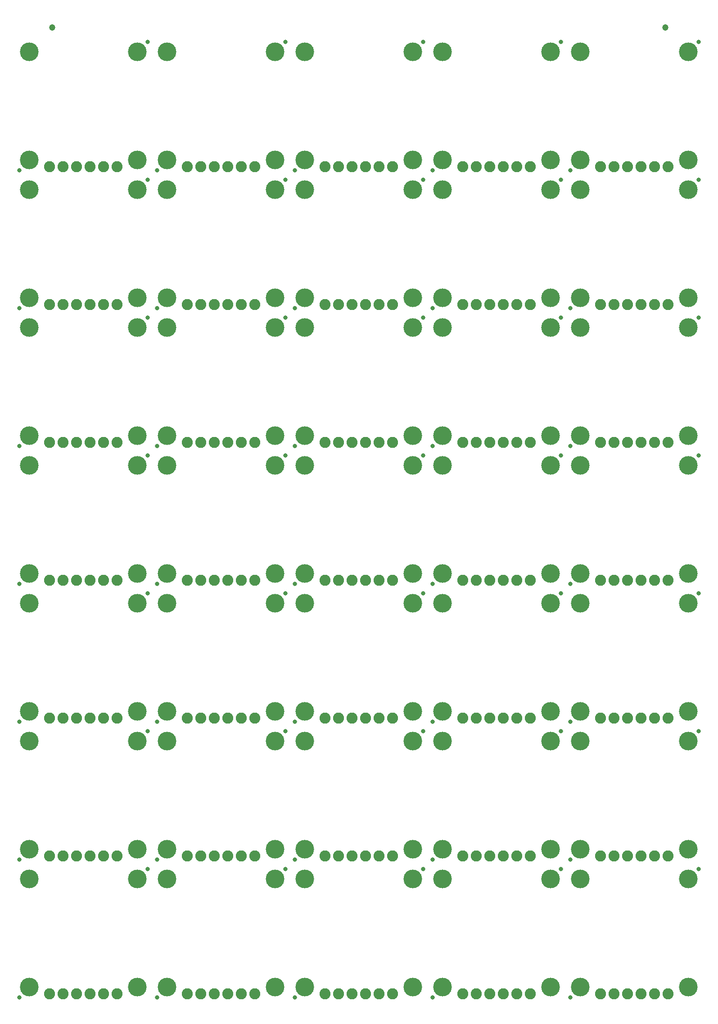
<source format=gbs>
G04 EAGLE Gerber RS-274X export*
G75*
%MOMM*%
%FSLAX34Y34*%
%LPD*%
%INSoldermask Bottom*%
%IPPOS*%
%AMOC8*
5,1,8,0,0,1.08239X$1,22.5*%
G01*
%ADD10C,2.082800*%
%ADD11C,3.505200*%
%ADD12C,0.838200*%
%ADD13C,1.203200*%


D10*
X63500Y12700D03*
X88900Y12700D03*
X114300Y12700D03*
X139700Y12700D03*
D11*
X228600Y228600D03*
X25400Y228600D03*
X228600Y25400D03*
X25400Y25400D03*
D12*
X6350Y6350D03*
X247650Y247650D03*
D10*
X165100Y12700D03*
X190500Y12700D03*
X322580Y12700D03*
X347980Y12700D03*
X373380Y12700D03*
X398780Y12700D03*
D11*
X487680Y228600D03*
X284480Y228600D03*
X487680Y25400D03*
X284480Y25400D03*
D12*
X265430Y6350D03*
X506730Y247650D03*
D10*
X424180Y12700D03*
X449580Y12700D03*
X581660Y12700D03*
X607060Y12700D03*
X632460Y12700D03*
X657860Y12700D03*
D11*
X746760Y228600D03*
X543560Y228600D03*
X746760Y25400D03*
X543560Y25400D03*
D12*
X524510Y6350D03*
X765810Y247650D03*
D10*
X683260Y12700D03*
X708660Y12700D03*
X840740Y12700D03*
X866140Y12700D03*
X891540Y12700D03*
X916940Y12700D03*
D11*
X1005840Y228600D03*
X802640Y228600D03*
X1005840Y25400D03*
X802640Y25400D03*
D12*
X783590Y6350D03*
X1024890Y247650D03*
D10*
X942340Y12700D03*
X967740Y12700D03*
X1099820Y12700D03*
X1125220Y12700D03*
X1150620Y12700D03*
X1176020Y12700D03*
D11*
X1264920Y228600D03*
X1061720Y228600D03*
X1264920Y25400D03*
X1061720Y25400D03*
D12*
X1042670Y6350D03*
X1283970Y247650D03*
D10*
X1201420Y12700D03*
X1226820Y12700D03*
X63500Y271780D03*
X88900Y271780D03*
X114300Y271780D03*
X139700Y271780D03*
D11*
X228600Y487680D03*
X25400Y487680D03*
X228600Y284480D03*
X25400Y284480D03*
D12*
X6350Y265430D03*
X247650Y506730D03*
D10*
X165100Y271780D03*
X190500Y271780D03*
X322580Y271780D03*
X347980Y271780D03*
X373380Y271780D03*
X398780Y271780D03*
D11*
X487680Y487680D03*
X284480Y487680D03*
X487680Y284480D03*
X284480Y284480D03*
D12*
X265430Y265430D03*
X506730Y506730D03*
D10*
X424180Y271780D03*
X449580Y271780D03*
X581660Y271780D03*
X607060Y271780D03*
X632460Y271780D03*
X657860Y271780D03*
D11*
X746760Y487680D03*
X543560Y487680D03*
X746760Y284480D03*
X543560Y284480D03*
D12*
X524510Y265430D03*
X765810Y506730D03*
D10*
X683260Y271780D03*
X708660Y271780D03*
X840740Y271780D03*
X866140Y271780D03*
X891540Y271780D03*
X916940Y271780D03*
D11*
X1005840Y487680D03*
X802640Y487680D03*
X1005840Y284480D03*
X802640Y284480D03*
D12*
X783590Y265430D03*
X1024890Y506730D03*
D10*
X942340Y271780D03*
X967740Y271780D03*
X1099820Y271780D03*
X1125220Y271780D03*
X1150620Y271780D03*
X1176020Y271780D03*
D11*
X1264920Y487680D03*
X1061720Y487680D03*
X1264920Y284480D03*
X1061720Y284480D03*
D12*
X1042670Y265430D03*
X1283970Y506730D03*
D10*
X1201420Y271780D03*
X1226820Y271780D03*
X63500Y530860D03*
X88900Y530860D03*
X114300Y530860D03*
X139700Y530860D03*
D11*
X228600Y746760D03*
X25400Y746760D03*
X228600Y543560D03*
X25400Y543560D03*
D12*
X6350Y524510D03*
X247650Y765810D03*
D10*
X165100Y530860D03*
X190500Y530860D03*
X322580Y530860D03*
X347980Y530860D03*
X373380Y530860D03*
X398780Y530860D03*
D11*
X487680Y746760D03*
X284480Y746760D03*
X487680Y543560D03*
X284480Y543560D03*
D12*
X265430Y524510D03*
X506730Y765810D03*
D10*
X424180Y530860D03*
X449580Y530860D03*
X581660Y530860D03*
X607060Y530860D03*
X632460Y530860D03*
X657860Y530860D03*
D11*
X746760Y746760D03*
X543560Y746760D03*
X746760Y543560D03*
X543560Y543560D03*
D12*
X524510Y524510D03*
X765810Y765810D03*
D10*
X683260Y530860D03*
X708660Y530860D03*
X840740Y530860D03*
X866140Y530860D03*
X891540Y530860D03*
X916940Y530860D03*
D11*
X1005840Y746760D03*
X802640Y746760D03*
X1005840Y543560D03*
X802640Y543560D03*
D12*
X783590Y524510D03*
X1024890Y765810D03*
D10*
X942340Y530860D03*
X967740Y530860D03*
X1099820Y530860D03*
X1125220Y530860D03*
X1150620Y530860D03*
X1176020Y530860D03*
D11*
X1264920Y746760D03*
X1061720Y746760D03*
X1264920Y543560D03*
X1061720Y543560D03*
D12*
X1042670Y524510D03*
X1283970Y765810D03*
D10*
X1201420Y530860D03*
X1226820Y530860D03*
X63500Y789940D03*
X88900Y789940D03*
X114300Y789940D03*
X139700Y789940D03*
D11*
X228600Y1005840D03*
X25400Y1005840D03*
X228600Y802640D03*
X25400Y802640D03*
D12*
X6350Y783590D03*
X247650Y1024890D03*
D10*
X165100Y789940D03*
X190500Y789940D03*
X322580Y789940D03*
X347980Y789940D03*
X373380Y789940D03*
X398780Y789940D03*
D11*
X487680Y1005840D03*
X284480Y1005840D03*
X487680Y802640D03*
X284480Y802640D03*
D12*
X265430Y783590D03*
X506730Y1024890D03*
D10*
X424180Y789940D03*
X449580Y789940D03*
X581660Y789940D03*
X607060Y789940D03*
X632460Y789940D03*
X657860Y789940D03*
D11*
X746760Y1005840D03*
X543560Y1005840D03*
X746760Y802640D03*
X543560Y802640D03*
D12*
X524510Y783590D03*
X765810Y1024890D03*
D10*
X683260Y789940D03*
X708660Y789940D03*
X840740Y789940D03*
X866140Y789940D03*
X891540Y789940D03*
X916940Y789940D03*
D11*
X1005840Y1005840D03*
X802640Y1005840D03*
X1005840Y802640D03*
X802640Y802640D03*
D12*
X783590Y783590D03*
X1024890Y1024890D03*
D10*
X942340Y789940D03*
X967740Y789940D03*
X1099820Y789940D03*
X1125220Y789940D03*
X1150620Y789940D03*
X1176020Y789940D03*
D11*
X1264920Y1005840D03*
X1061720Y1005840D03*
X1264920Y802640D03*
X1061720Y802640D03*
D12*
X1042670Y783590D03*
X1283970Y1024890D03*
D10*
X1201420Y789940D03*
X1226820Y789940D03*
X63500Y1049020D03*
X88900Y1049020D03*
X114300Y1049020D03*
X139700Y1049020D03*
D11*
X228600Y1264920D03*
X25400Y1264920D03*
X228600Y1061720D03*
X25400Y1061720D03*
D12*
X6350Y1042670D03*
X247650Y1283970D03*
D10*
X165100Y1049020D03*
X190500Y1049020D03*
X322580Y1049020D03*
X347980Y1049020D03*
X373380Y1049020D03*
X398780Y1049020D03*
D11*
X487680Y1264920D03*
X284480Y1264920D03*
X487680Y1061720D03*
X284480Y1061720D03*
D12*
X265430Y1042670D03*
X506730Y1283970D03*
D10*
X424180Y1049020D03*
X449580Y1049020D03*
X581660Y1049020D03*
X607060Y1049020D03*
X632460Y1049020D03*
X657860Y1049020D03*
D11*
X746760Y1264920D03*
X543560Y1264920D03*
X746760Y1061720D03*
X543560Y1061720D03*
D12*
X524510Y1042670D03*
X765810Y1283970D03*
D10*
X683260Y1049020D03*
X708660Y1049020D03*
X840740Y1049020D03*
X866140Y1049020D03*
X891540Y1049020D03*
X916940Y1049020D03*
D11*
X1005840Y1264920D03*
X802640Y1264920D03*
X1005840Y1061720D03*
X802640Y1061720D03*
D12*
X783590Y1042670D03*
X1024890Y1283970D03*
D10*
X942340Y1049020D03*
X967740Y1049020D03*
X1099820Y1049020D03*
X1125220Y1049020D03*
X1150620Y1049020D03*
X1176020Y1049020D03*
D11*
X1264920Y1264920D03*
X1061720Y1264920D03*
X1264920Y1061720D03*
X1061720Y1061720D03*
D12*
X1042670Y1042670D03*
X1283970Y1283970D03*
D10*
X1201420Y1049020D03*
X1226820Y1049020D03*
X63500Y1308100D03*
X88900Y1308100D03*
X114300Y1308100D03*
X139700Y1308100D03*
D11*
X228600Y1524000D03*
X25400Y1524000D03*
X228600Y1320800D03*
X25400Y1320800D03*
D12*
X6350Y1301750D03*
X247650Y1543050D03*
D10*
X165100Y1308100D03*
X190500Y1308100D03*
X322580Y1308100D03*
X347980Y1308100D03*
X373380Y1308100D03*
X398780Y1308100D03*
D11*
X487680Y1524000D03*
X284480Y1524000D03*
X487680Y1320800D03*
X284480Y1320800D03*
D12*
X265430Y1301750D03*
X506730Y1543050D03*
D10*
X424180Y1308100D03*
X449580Y1308100D03*
X581660Y1308100D03*
X607060Y1308100D03*
X632460Y1308100D03*
X657860Y1308100D03*
D11*
X746760Y1524000D03*
X543560Y1524000D03*
X746760Y1320800D03*
X543560Y1320800D03*
D12*
X524510Y1301750D03*
X765810Y1543050D03*
D10*
X683260Y1308100D03*
X708660Y1308100D03*
X840740Y1308100D03*
X866140Y1308100D03*
X891540Y1308100D03*
X916940Y1308100D03*
D11*
X1005840Y1524000D03*
X802640Y1524000D03*
X1005840Y1320800D03*
X802640Y1320800D03*
D12*
X783590Y1301750D03*
X1024890Y1543050D03*
D10*
X942340Y1308100D03*
X967740Y1308100D03*
X1099820Y1308100D03*
X1125220Y1308100D03*
X1150620Y1308100D03*
X1176020Y1308100D03*
D11*
X1264920Y1524000D03*
X1061720Y1524000D03*
X1264920Y1320800D03*
X1061720Y1320800D03*
D12*
X1042670Y1301750D03*
X1283970Y1543050D03*
D10*
X1201420Y1308100D03*
X1226820Y1308100D03*
X63500Y1567180D03*
X88900Y1567180D03*
X114300Y1567180D03*
X139700Y1567180D03*
D11*
X228600Y1783080D03*
X25400Y1783080D03*
X228600Y1579880D03*
X25400Y1579880D03*
D12*
X6350Y1560830D03*
X247650Y1802130D03*
D10*
X165100Y1567180D03*
X190500Y1567180D03*
X322580Y1567180D03*
X347980Y1567180D03*
X373380Y1567180D03*
X398780Y1567180D03*
D11*
X487680Y1783080D03*
X284480Y1783080D03*
X487680Y1579880D03*
X284480Y1579880D03*
D12*
X265430Y1560830D03*
X506730Y1802130D03*
D10*
X424180Y1567180D03*
X449580Y1567180D03*
X581660Y1567180D03*
X607060Y1567180D03*
X632460Y1567180D03*
X657860Y1567180D03*
D11*
X746760Y1783080D03*
X543560Y1783080D03*
X746760Y1579880D03*
X543560Y1579880D03*
D12*
X524510Y1560830D03*
X765810Y1802130D03*
D10*
X683260Y1567180D03*
X708660Y1567180D03*
X840740Y1567180D03*
X866140Y1567180D03*
X891540Y1567180D03*
X916940Y1567180D03*
D11*
X1005840Y1783080D03*
X802640Y1783080D03*
X1005840Y1579880D03*
X802640Y1579880D03*
D12*
X783590Y1560830D03*
X1024890Y1802130D03*
D10*
X942340Y1567180D03*
X967740Y1567180D03*
X1099820Y1567180D03*
X1125220Y1567180D03*
X1150620Y1567180D03*
X1176020Y1567180D03*
D11*
X1264920Y1783080D03*
X1061720Y1783080D03*
X1264920Y1579880D03*
X1061720Y1579880D03*
D12*
X1042670Y1560830D03*
X1283970Y1802130D03*
D10*
X1201420Y1567180D03*
X1226820Y1567180D03*
D13*
X68580Y1829435D03*
X1221105Y1829435D03*
M02*

</source>
